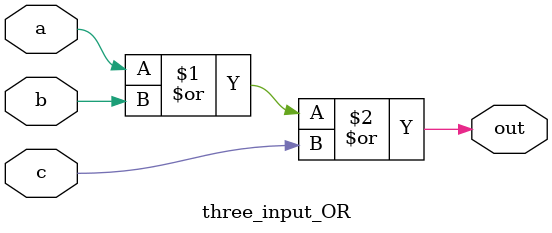
<source format=v>
module three_input_OR(out, a, b, c);
output out;
input a, b, c;
assign out = (a|b)|c;
endmodule
</source>
